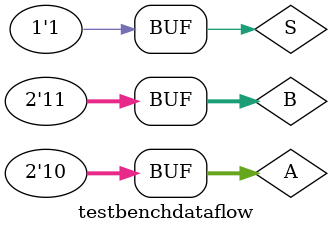
<source format=v>
`timescale 1ns / 1ps

module testbenchdataflow;
//defining one register for each input and output rather than the other lab in which we defined one register for each bit
//needs to hold variables over time
reg [1:0] A;
reg [1:0] B;
reg [0:0] S;
wire [1:0] C;
//naming an instance of an object/module/class of type mux_dataflow
mux_dataflow ttul(.A(A), .B(B), .C(C), .S(S));

initial
    begin
      A = 0; B = 0; S = 0;
      #10 A = 1;
      #10 B = 1;
      #10 A = 3; B = 0;
      #10 A = 2; B = 3;
      #10 S = 1;
      #10 A = 1;
      #10 B = 1;
      #10 A = 3; B = 0;
      #10 A = 2; B = 3;
	#20;
    end

endmodule

</source>
